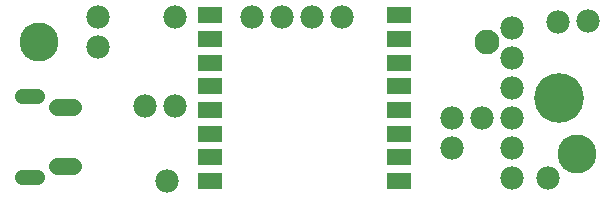
<source format=gbs>
G75*
%MOIN*%
%OFA0B0*%
%FSLAX25Y25*%
%IPPOS*%
%LPD*%
%AMOC8*
5,1,8,0,0,1.08239X$1,22.5*
%
%ADD10C,0.16542*%
%ADD11C,0.12998*%
%ADD12C,0.08274*%
%ADD13C,0.07800*%
%ADD14R,0.08274X0.05321*%
%ADD15C,0.05162*%
%ADD16C,0.05556*%
D10*
X0188383Y0052240D03*
D11*
X0194288Y0033539D03*
X0015154Y0070941D03*
D12*
X0164367Y0070941D03*
D13*
X0172635Y0075469D03*
X0188157Y0077608D03*
X0198225Y0077831D03*
X0172635Y0065469D03*
X0172635Y0055469D03*
X0172635Y0045469D03*
X0162635Y0045469D03*
X0152635Y0045469D03*
X0152635Y0035469D03*
X0172635Y0035469D03*
X0172635Y0025469D03*
X0184723Y0025469D03*
X0116021Y0079406D03*
X0106021Y0079406D03*
X0096021Y0079406D03*
X0086021Y0079406D03*
X0060430Y0079406D03*
X0034839Y0079406D03*
X0034839Y0069366D03*
X0050430Y0049484D03*
X0060430Y0049484D03*
X0057878Y0024747D03*
D14*
X0072241Y0024681D03*
X0072241Y0032555D03*
X0072241Y0040429D03*
X0072241Y0048303D03*
X0072241Y0056177D03*
X0072241Y0064051D03*
X0072241Y0071925D03*
X0072241Y0079799D03*
X0135233Y0079799D03*
X0135233Y0071925D03*
X0135233Y0064051D03*
X0135233Y0056177D03*
X0135233Y0048303D03*
X0135233Y0040429D03*
X0135233Y0032555D03*
X0135233Y0024681D03*
D15*
X0014306Y0025801D02*
X0009544Y0025801D01*
X0009544Y0053065D02*
X0014306Y0053065D01*
D16*
X0021158Y0049423D02*
X0026314Y0049423D01*
X0026314Y0029738D02*
X0021158Y0029738D01*
M02*

</source>
